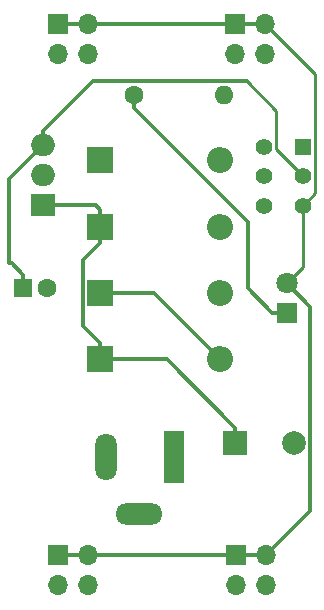
<source format=gtl>
G04 #@! TF.GenerationSoftware,KiCad,Pcbnew,(5.1.4)-1*
G04 #@! TF.CreationDate,2021-12-08T13:24:04-07:00*
G04 #@! TF.ProjectId,BreadBoard PS Ver2,42726561-6442-46f6-9172-642050532056,2*
G04 #@! TF.SameCoordinates,Original*
G04 #@! TF.FileFunction,Copper,L1,Top*
G04 #@! TF.FilePolarity,Positive*
%FSLAX46Y46*%
G04 Gerber Fmt 4.6, Leading zero omitted, Abs format (unit mm)*
G04 Created by KiCad (PCBNEW (5.1.4)-1) date 2021-12-08 13:24:04*
%MOMM*%
%LPD*%
G04 APERTURE LIST*
%ADD10C,1.600000*%
%ADD11R,1.600000X1.600000*%
%ADD12R,2.000000X2.000000*%
%ADD13C,2.000000*%
%ADD14R,2.200000X2.200000*%
%ADD15O,2.200000X2.200000*%
%ADD16R,1.800000X1.800000*%
%ADD17C,1.800000*%
%ADD18O,4.000000X1.800000*%
%ADD19O,1.800000X4.000000*%
%ADD20R,1.800000X4.400000*%
%ADD21R,1.700000X1.700000*%
%ADD22O,1.700000X1.700000*%
%ADD23O,1.600000X1.600000*%
%ADD24R,1.400000X1.400000*%
%ADD25C,1.400000*%
%ADD26R,2.000000X1.905000*%
%ADD27O,2.000000X1.905000*%
%ADD28C,0.300000*%
%ADD29C,0.250000*%
G04 APERTURE END LIST*
D10*
X146411700Y-96634300D03*
D11*
X144411700Y-96634300D03*
D12*
X162369500Y-109791500D03*
D13*
X167369500Y-109791500D03*
D14*
X150911000Y-102692200D03*
D15*
X161071000Y-102692200D03*
X161071000Y-97069675D03*
D14*
X150911000Y-97069675D03*
X150911000Y-91447150D03*
D15*
X161071000Y-91447150D03*
X161071000Y-85824625D03*
D14*
X150911000Y-85824625D03*
D16*
X166700200Y-98755200D03*
D17*
X166700200Y-96215200D03*
D18*
X154213300Y-115759900D03*
D19*
X151413300Y-110959900D03*
D20*
X157213300Y-110959900D03*
D21*
X147387500Y-119291100D03*
D22*
X149927500Y-119291100D03*
X147387500Y-121831100D03*
X149927500Y-121831100D03*
X164875400Y-76847700D03*
X162335400Y-76847700D03*
X164875400Y-74307700D03*
D21*
X162335400Y-74307700D03*
D22*
X149927500Y-76847700D03*
X147387500Y-76847700D03*
X149927500Y-74307700D03*
D21*
X147387500Y-74307700D03*
X162398900Y-119291100D03*
D22*
X164938900Y-119291100D03*
X162398900Y-121831100D03*
X164938900Y-121831100D03*
D10*
X153751000Y-80302100D03*
D23*
X161371000Y-80302100D03*
D24*
X168084500Y-84670900D03*
D25*
X168084500Y-87170900D03*
X168084500Y-89670900D03*
X164784500Y-84670900D03*
X164784500Y-87170900D03*
X164784500Y-89670900D03*
D26*
X146113500Y-89662000D03*
D27*
X146113500Y-87122000D03*
X146113500Y-84582000D03*
D28*
X162369500Y-108491500D02*
X162369500Y-109791500D01*
X156570200Y-102692200D02*
X162369500Y-108491500D01*
X150911000Y-102692200D02*
X156570200Y-102692200D01*
X150911000Y-90047150D02*
X150911000Y-91447150D01*
X150525850Y-89662000D02*
X150911000Y-90047150D01*
X146113500Y-89662000D02*
X150525850Y-89662000D01*
X150911000Y-92847150D02*
X150911000Y-91447150D01*
X149460999Y-94297151D02*
X150911000Y-92847150D01*
X149460999Y-99842199D02*
X149460999Y-94297151D01*
X150911000Y-101292200D02*
X149460999Y-99842199D01*
X150911000Y-102692200D02*
X150911000Y-101292200D01*
X150290901Y-79152099D02*
X151656399Y-79152099D01*
X146113500Y-83329500D02*
X150290901Y-79152099D01*
X146113500Y-84582000D02*
X146113500Y-83329500D01*
X151467201Y-79152099D02*
X151656399Y-79152099D01*
X151656399Y-79152099D02*
X163327699Y-79152099D01*
D29*
X165809501Y-81633901D02*
X163327699Y-79152099D01*
X165809501Y-84895901D02*
X165809501Y-81633901D01*
X168084500Y-87170900D02*
X165809501Y-84895901D01*
D28*
X143243300Y-87404700D02*
X143243300Y-94565900D01*
X146113500Y-84582000D02*
X146066000Y-84582000D01*
X146066000Y-84582000D02*
X143243300Y-87404700D01*
X144411700Y-95534300D02*
X144411700Y-96634300D01*
X143443300Y-94565900D02*
X144411700Y-95534300D01*
X143243300Y-94565900D02*
X143443300Y-94565900D01*
X155448475Y-97069675D02*
X161071000Y-102692200D01*
X150911000Y-97069675D02*
X155448475Y-97069675D01*
X153751000Y-81433470D02*
X153751000Y-80302100D01*
X163410900Y-91093370D02*
X153751000Y-81433470D01*
X163410900Y-96665900D02*
X163410900Y-91093370D01*
X166700200Y-98755200D02*
X165500200Y-98755200D01*
X165500200Y-98755200D02*
X163410900Y-96665900D01*
X149927500Y-74307700D02*
X162335400Y-74307700D01*
X164875400Y-74307700D02*
X162335400Y-74307700D01*
X149927500Y-74307700D02*
X147387500Y-74307700D01*
X149927500Y-119291100D02*
X162398900Y-119291100D01*
X162398900Y-119291100D02*
X164938900Y-119291100D01*
X149927500Y-119291100D02*
X147387500Y-119291100D01*
X164938900Y-119291100D02*
X168719501Y-115510499D01*
X168719501Y-115510499D02*
X168719501Y-98234501D01*
X168719501Y-98234501D02*
X166700200Y-96215200D01*
D29*
X165725399Y-75157699D02*
X164875400Y-74307700D01*
X169109501Y-78541801D02*
X165725399Y-75157699D01*
X169109501Y-88645899D02*
X169109501Y-78541801D01*
X168084500Y-89670900D02*
X169109501Y-88645899D01*
X168084500Y-94830900D02*
X166700200Y-96215200D01*
X168084500Y-89670900D02*
X168084500Y-94830900D01*
M02*

</source>
